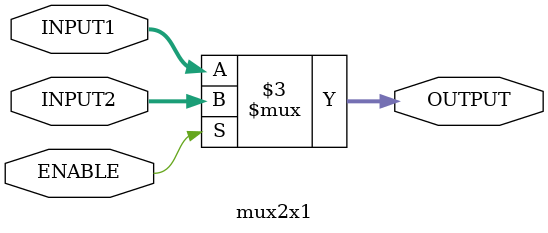
<source format=v>
/*
 * mux module - 
 * select INPUT1 if ENABLE is HIGH
 * select INPUT2 if ENABLE is LOW
 */

module mux2x1(INPUT1,INPUT2,OUTPUT,ENABLE);
    //declare input,output
    input [31:0] INPUT1,INPUT2;
    input ENABLE;
    output reg [31:0]OUTPUT; 

    //always block to SELECT inputs
    always @(*) begin
        #1;
     
        case(ENABLE)

            1: OUTPUT = INPUT2;
            default: OUTPUT = INPUT1;
        endcase

    end
endmodule




</source>
